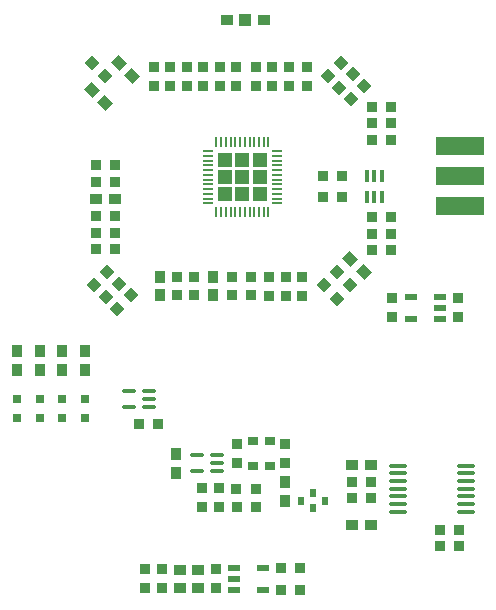
<source format=gtp>
G04 Layer_Color=8421504*
%FSLAX25Y25*%
%MOIN*%
G70*
G01*
G75*
%ADD10R,0.03543X0.03740*%
%ADD11R,0.03740X0.03543*%
%ADD12R,0.03937X0.03740*%
%ADD13R,0.03583X0.03780*%
%ADD14R,0.03740X0.03937*%
%ADD15R,0.04331X0.02362*%
%ADD16O,0.05118X0.01378*%
%ADD17O,0.06299X0.01378*%
%ADD18R,0.03543X0.03150*%
%ADD19R,0.15984X0.05984*%
%ADD20R,0.00787X0.03543*%
%ADD22R,0.03543X0.00787*%
G04:AMPARAMS|DCode=23|XSize=35.43mil|YSize=37.4mil|CornerRadius=0mil|HoleSize=0mil|Usage=FLASHONLY|Rotation=315.000|XOffset=0mil|YOffset=0mil|HoleType=Round|Shape=Rectangle|*
%AMROTATEDRECTD23*
4,1,4,-0.02575,-0.00070,0.00070,0.02575,0.02575,0.00070,-0.00070,-0.02575,-0.02575,-0.00070,0.0*
%
%ADD23ROTATEDRECTD23*%

G04:AMPARAMS|DCode=24|XSize=35.43mil|YSize=37.4mil|CornerRadius=0mil|HoleSize=0mil|Usage=FLASHONLY|Rotation=45.000|XOffset=0mil|YOffset=0mil|HoleType=Round|Shape=Rectangle|*
%AMROTATEDRECTD24*
4,1,4,0.00070,-0.02575,-0.02575,0.00070,-0.00070,0.02575,0.02575,-0.00070,0.00070,-0.02575,0.0*
%
%ADD24ROTATEDRECTD24*%

%ADD25R,0.01378X0.03937*%
%ADD26R,0.03150X0.03150*%
G04:AMPARAMS|DCode=27|XSize=37.4mil|YSize=39.37mil|CornerRadius=0mil|HoleSize=0mil|Usage=FLASHONLY|Rotation=225.000|XOffset=0mil|YOffset=0mil|HoleType=Round|Shape=Rectangle|*
%AMROTATEDRECTD27*
4,1,4,-0.00070,0.02714,0.02714,-0.00070,0.00070,-0.02714,-0.02714,0.00070,-0.00070,0.02714,0.0*
%
%ADD27ROTATEDRECTD27*%

%ADD28R,0.02362X0.02559*%
%ADD29R,0.02461X0.03150*%
%ADD30R,0.03937X0.03937*%
%ADD64R,0.05118X0.05118*%
D10*
X57471Y56764D02*
D03*
Y50465D02*
D03*
X63051Y56764D02*
D03*
X63051Y50465D02*
D03*
X81207Y56780D02*
D03*
X81207Y50481D02*
D03*
X76551Y83825D02*
D03*
Y77526D02*
D03*
X82051Y83825D02*
D03*
Y77526D02*
D03*
X88113Y92295D02*
D03*
Y98594D02*
D03*
X104306Y92295D02*
D03*
Y98594D02*
D03*
X111500Y224150D02*
D03*
Y217850D02*
D03*
X94500Y224150D02*
D03*
Y217850D02*
D03*
X100000Y224150D02*
D03*
Y217850D02*
D03*
X105500Y224150D02*
D03*
X105500Y217850D02*
D03*
X109989Y148062D02*
D03*
X109989Y154361D02*
D03*
X98989Y148062D02*
D03*
X98989Y154361D02*
D03*
X77000Y224150D02*
D03*
X77000Y217850D02*
D03*
X82500Y224150D02*
D03*
Y217850D02*
D03*
X88000Y224150D02*
D03*
Y217850D02*
D03*
X60500Y224150D02*
D03*
Y217850D02*
D03*
X66000Y224150D02*
D03*
X66000Y217850D02*
D03*
X71500Y224150D02*
D03*
Y217850D02*
D03*
X104489Y148062D02*
D03*
X104489Y154361D02*
D03*
X73848Y148091D02*
D03*
Y154390D02*
D03*
X68348Y148091D02*
D03*
Y154390D02*
D03*
X140000Y147150D02*
D03*
Y140850D02*
D03*
X162000Y147150D02*
D03*
Y140850D02*
D03*
D11*
X102901Y57355D02*
D03*
X109201D02*
D03*
X88073Y77688D02*
D03*
X94372Y77688D02*
D03*
X102884Y49874D02*
D03*
X109183D02*
D03*
X55430Y105199D02*
D03*
X61729Y105199D02*
D03*
X155766Y64482D02*
D03*
X162065D02*
D03*
X155766Y69982D02*
D03*
X162065D02*
D03*
X132940Y85940D02*
D03*
X126641Y85940D02*
D03*
X132940Y80440D02*
D03*
X126641D02*
D03*
X123150Y188000D02*
D03*
X116850D02*
D03*
X139650Y211000D02*
D03*
X133350D02*
D03*
X139650Y205500D02*
D03*
X133350D02*
D03*
X139650Y200000D02*
D03*
X133350D02*
D03*
X139580Y174157D02*
D03*
X133281Y174157D02*
D03*
X139580Y168657D02*
D03*
X133281D02*
D03*
X139580Y163157D02*
D03*
X133281Y163157D02*
D03*
X123150Y180957D02*
D03*
X116850D02*
D03*
X86581Y148091D02*
D03*
X92880D02*
D03*
X92880Y154240D02*
D03*
X86581D02*
D03*
X41350Y163437D02*
D03*
X47650D02*
D03*
X41350Y168937D02*
D03*
X47650D02*
D03*
X41350Y174437D02*
D03*
X47650D02*
D03*
X41350Y191437D02*
D03*
X47650D02*
D03*
X41350Y185937D02*
D03*
X47650D02*
D03*
D12*
X75357Y56630D02*
D03*
X69058D02*
D03*
X75357Y50630D02*
D03*
X69058D02*
D03*
X126628Y71613D02*
D03*
X132927Y71613D02*
D03*
X126658Y91629D02*
D03*
X132957D02*
D03*
X41350Y180120D02*
D03*
X47650D02*
D03*
X84701Y240000D02*
D03*
X97299Y240000D02*
D03*
D13*
X94550Y83640D02*
D03*
X87896Y83640D02*
D03*
D14*
X67874Y95347D02*
D03*
Y89048D02*
D03*
X104306Y86027D02*
D03*
X104306Y79728D02*
D03*
X62497Y154390D02*
D03*
Y148091D02*
D03*
X80348Y154390D02*
D03*
Y148091D02*
D03*
X15000Y123350D02*
D03*
Y129650D02*
D03*
X22500Y123350D02*
D03*
Y129650D02*
D03*
X30000Y123350D02*
D03*
Y129650D02*
D03*
X37500Y123350D02*
D03*
Y129650D02*
D03*
D15*
X96776Y57355D02*
D03*
Y49874D02*
D03*
X87327D02*
D03*
X87327Y53614D02*
D03*
X87327Y57355D02*
D03*
X155724Y140260D02*
D03*
X155724Y144000D02*
D03*
X155724Y147740D02*
D03*
X146276Y147740D02*
D03*
Y140260D02*
D03*
D16*
X81387Y89639D02*
D03*
Y92198D02*
D03*
Y94757D02*
D03*
X74694Y89639D02*
D03*
X74694Y94757D02*
D03*
X58926Y111070D02*
D03*
Y113629D02*
D03*
Y116188D02*
D03*
X52233Y111070D02*
D03*
X52233Y116188D02*
D03*
D17*
X141731Y91348D02*
D03*
X141731Y88788D02*
D03*
Y86229D02*
D03*
Y83670D02*
D03*
X141731Y81111D02*
D03*
Y78552D02*
D03*
Y75993D02*
D03*
X164369Y91348D02*
D03*
Y88788D02*
D03*
X164369Y86229D02*
D03*
X164369Y83670D02*
D03*
Y81111D02*
D03*
Y78552D02*
D03*
Y75993D02*
D03*
D18*
X99160Y91409D02*
D03*
Y99480D02*
D03*
X93451D02*
D03*
Y91409D02*
D03*
D19*
X162500Y198000D02*
D03*
Y178000D02*
D03*
Y188000D02*
D03*
D20*
X81339Y175886D02*
D03*
X84488D02*
D03*
X87638D02*
D03*
X90787D02*
D03*
X93937D02*
D03*
X97087D02*
D03*
X98661D02*
D03*
X95512D02*
D03*
X92362D02*
D03*
X89213D02*
D03*
X86063D02*
D03*
X82913D02*
D03*
X97087Y199114D02*
D03*
X93937D02*
D03*
X90787D02*
D03*
X87638D02*
D03*
X84488D02*
D03*
X81339D02*
D03*
X82913D02*
D03*
X86063D02*
D03*
X89213D02*
D03*
X92362D02*
D03*
X95512D02*
D03*
X98661D02*
D03*
D22*
X101614Y180413D02*
D03*
Y183563D02*
D03*
Y186713D02*
D03*
Y189862D02*
D03*
Y193012D02*
D03*
Y196161D02*
D03*
Y194587D02*
D03*
Y191437D02*
D03*
Y188287D02*
D03*
Y185138D02*
D03*
Y181988D02*
D03*
Y178839D02*
D03*
X78386Y194587D02*
D03*
Y191437D02*
D03*
Y188287D02*
D03*
Y185138D02*
D03*
Y181988D02*
D03*
Y178839D02*
D03*
Y180413D02*
D03*
Y183563D02*
D03*
Y186713D02*
D03*
Y189862D02*
D03*
Y193012D02*
D03*
Y196161D02*
D03*
D23*
X122835Y225713D02*
D03*
X118380Y221259D02*
D03*
X126724Y221824D02*
D03*
X122269Y217370D02*
D03*
X130613Y217935D02*
D03*
X126159Y213480D02*
D03*
X121506Y155887D02*
D03*
X117051Y151433D02*
D03*
X125960D02*
D03*
X121506Y146979D02*
D03*
X44949Y155942D02*
D03*
X40495Y151488D02*
D03*
X48838Y152053D02*
D03*
X44384Y147599D02*
D03*
X52727Y148164D02*
D03*
X48273Y143710D02*
D03*
D24*
X39773Y225727D02*
D03*
X44227Y221273D02*
D03*
D25*
X136559Y180957D02*
D03*
X134000D02*
D03*
X131441D02*
D03*
Y188043D02*
D03*
X134000D02*
D03*
X136559D02*
D03*
D26*
X15000Y107350D02*
D03*
Y113650D02*
D03*
X22500Y107350D02*
D03*
Y113650D02*
D03*
X30000Y107350D02*
D03*
Y113650D02*
D03*
X37500Y107350D02*
D03*
Y113650D02*
D03*
D27*
X39884Y216545D02*
D03*
X44338Y212091D02*
D03*
X48773Y225727D02*
D03*
X53227Y221273D02*
D03*
X125996Y160378D02*
D03*
X130450Y155923D02*
D03*
D28*
X113500Y82188D02*
D03*
Y77267D02*
D03*
D29*
X117486Y79728D02*
D03*
X109514D02*
D03*
D30*
X91000Y240000D02*
D03*
D64*
X90000Y187500D02*
D03*
X84291Y181791D02*
D03*
X95709D02*
D03*
X95709Y193209D02*
D03*
X84291Y193209D02*
D03*
X90000D02*
D03*
Y181791D02*
D03*
X84291Y187500D02*
D03*
X95709D02*
D03*
M02*

</source>
